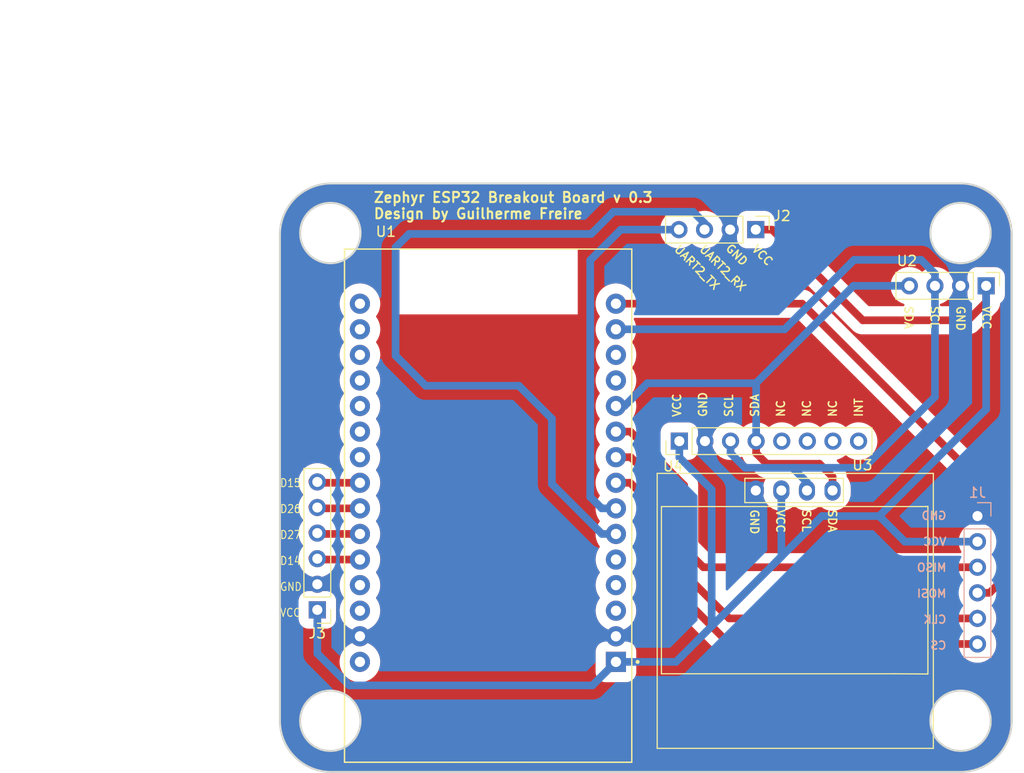
<source format=kicad_pcb>
(kicad_pcb (version 20221018) (generator pcbnew)
  (layers (0 "F.Cu" signal) (31 "B.Cu" signal) (34 "B.Paste" user) (35 "F.Paste" user) (36 "B.SilkS" user "B.Silkscreen") (37 "F.SilkS" user "F.Silkscreen") (38 "B.Mask" user) (39 "F.Mask" user) (44 "Edge.Cuts" user))
  (net 0 "")
  (net 1 "+3.3V")
  (net 2 "Earth")
  (net 6 "/I2C0_SDA")
  (net 9 "/I2C0_SCL")
  (net 15 "/GPIO25")
  (net 17 "/GPIO26")
  (net 18 "/GPIO27")
  (net 19 "/GPIO14")
  (net 27 "/VSPI_CS")
  (net 28 "/VSPI_CLK")
  (net 29 "/VSPI_MISO")
  (net 30 "/VSPI_MOSI")
  (net 31 "/UART2_RX")
  (net 32 "/UART2_TX")
  (footprint "New_lib:PinHeader_1x04_P2.54mm_Vertical" (layer "F.Cu") (at 149.86 68.58 -90)
    (fp_text reference "U2" (at -2.48 7.86 -180) (layer "F.SilkS"))
    (fp_text value "BME280")
    (fp_line (start -1.33 -1.33) (end 0 -1.33) (stroke (width 0.12)) (layer "F.SilkS"))
    (fp_line (start -1.33 0) (end -1.33 -1.33) (stroke (width 0.12)) (layer "F.SilkS"))
    (fp_line (start -1.33 1.27) (end -1.33 8.95) (stroke (width 0.12)) (layer "F.SilkS"))
    (fp_line (start -1.33 1.27) (end 1.33 1.27) (stroke (width 0.12)) (layer "F.SilkS"))
    (fp_line (start -1.33 8.95) (end 1.33 8.95) (stroke (width 0.12)) (layer "F.SilkS"))
    (fp_line (start 1.33 1.27) (end 1.33 8.95) (stroke (width 0.12)) (layer "F.SilkS"))
    (pad "1" thru_hole rect (at 0 0 270) (size 1.7 1.7) (drill 1) (layers "*.Cu" "*.Mask") (net 1 "+3.3V"))
    (pad "2" thru_hole oval (at 0 2.54 270) (size 1.7 1.7) (drill 1) (layers "*.Cu" "*.Mask") (net 2 "Earth"))
    (pad "3" thru_hole oval (at 0 5.08 270) (size 1.7 1.7) (drill 1) (layers "*.Cu" "*.Mask") (net 9 "/I2C0_SCL"))
    (pad "4" thru_hole oval (at 0 7.62 270) (size 1.7 1.7) (drill 1) (layers "*.Cu" "*.Mask") (net 6 "/I2C0_SDA"))
  )
  (footprint "New_lib:MODULE_ESP32_DEVKIT_V1" (layer "F.Cu") (at 100.4275 90.4 180)
    (fp_text reference "U1" (at 10.1275 27.2) (layer "F.SilkS"))
    (fp_text value "ESP32-DEVKIT-V1")
    (fp_line (start -14.28 -25.475) (end -3.211 -25.475) (stroke (width 0.127)) (layer "F.SilkS"))
    (fp_line (start -14.28 -25.475) (end 14.23 -25.475) (stroke (width 0.127)) (layer "F.SilkS"))
    (fp_line (start -14.28 25.475) (end -14.28 -25.475) (stroke (width 0.127)) (layer "F.SilkS"))
    (fp_line (start -14.28 25.475) (end -14.28 -25.475) (stroke (width 0.127)) (layer "F.SilkS"))
    (fp_line (start -14.28 25.475) (end -8.91 25.475) (stroke (width 0.127)) (layer "F.SilkS"))
    (fp_line (start -8.91 25.475) (end 8.78 25.475) (stroke (width 0.127)) (layer "F.SilkS"))
    (fp_line (start -3.211 -25.475) (end 3.5 -25.475) (stroke (width 0.127)) (layer "F.SilkS"))
    (fp_line (start 3.5 -25.475) (end 14.23 -25.475) (stroke (width 0.127)) (layer "F.SilkS"))
    (fp_line (start 8.78 25.475) (end 14.23 25.475) (stroke (width 0.127)) (layer "F.SilkS"))
    (fp_line (start 14.23 -25.475) (end 14.23 25.475) (stroke (width 0.127)) (layer "F.SilkS"))
    (fp_line (start 14.23 -25.475) (end 14.23 25.475) (stroke (width 0.127)) (layer "F.SilkS"))
    (fp_line (start 14.23 25.475) (end -14.28 25.475) (stroke (width 0.127)) (layer "F.SilkS"))
    (fp_circle (center -14.85 -15.515) (end -14.75 -15.515) (stroke (width 0.2)) (fill none) (layer "F.SilkS"))
    (pad "1" thru_hole rect (at -12.7 -15.515 180) (size 2 2) (drill 1.02) (layers "*.Cu" "*.Mask") (net 1 "+3.3V"))
    (pad "2" thru_hole circle (at -12.7 -12.975 180) (size 2 2) (drill 1.02) (layers "*.Cu" "*.Mask") (net 2 "Earth"))
    (pad "3" thru_hole circle (at -12.7 -10.435 180) (size 2 2) (drill 1.02) (layers "*.Cu" "*.Mask"))
    (pad "4" thru_hole circle (at -12.7 -7.895 180) (size 2 2) (drill 1.02) (layers "*.Cu" "*.Mask"))
    (pad "5" thru_hole circle (at -12.7 -5.355 180) (size 2 2) (drill 1.02) (layers "*.Cu" "*.Mask"))
    (pad "6" thru_hole circle (at -12.7 -2.815 180) (size 2 2) (drill 1.02) (layers "*.Cu" "*.Mask") (net 31 "/UART2_RX"))
    (pad "7" thru_hole circle (at -12.7 -0.275 180) (size 2 2) (drill 1.02) (layers "*.Cu" "*.Mask") (net 32 "/UART2_TX"))
    (pad "8" thru_hole circle (at -12.7 2.265 180) (size 2 2) (drill 1.02) (layers "*.Cu" "*.Mask") (net 27 "/VSPI_CS"))
    (pad "9" thru_hole circle (at -12.7 4.805 180) (size 2 2) (drill 1.02) (layers "*.Cu" "*.Mask") (net 28 "/VSPI_CLK"))
    (pad "10" thru_hole circle (at -12.7 7.345 180) (size 2 2) (drill 1.02) (layers "*.Cu" "*.Mask") (net 29 "/VSPI_MISO"))
    (pad "11" thru_hole circle (at -12.7 9.885 180) (size 2 2) (drill 1.02) (layers "*.Cu" "*.Mask") (net 6 "/I2C0_SDA"))
    (pad "12" thru_hole circle (at -12.7 12.425 180) (size 2 2) (drill 1.02) (layers "*.Cu" "*.Mask"))
    (pad "13" thru_hole circle (at -12.7 14.965 180) (size 2 2) (drill 1.02) (layers "*.Cu" "*.Mask"))
    (pad "14" thru_hole circle (at -12.7 17.505 180) (size 2 2) (drill 1.02) (layers "*.Cu" "*.Mask") (net 9 "/I2C0_SCL"))
    (pad "15" thru_hole circle (at -12.7 20.045 180) (size 2 2) (drill 1.02) (layers "*.Cu" "*.Mask") (net 30 "/VSPI_MOSI"))
    (pad "16" thru_hole circle (at 12.7 20.045 180) (size 2 2) (drill 1.02) (layers "*.Cu" "*.Mask"))
    (pad "17" thru_hole circle (at 12.7 17.505 180) (size 2 2) (drill 1.02) (layers "*.Cu" "*.Mask"))
    (pad "18" thru_hole circle (at 12.7 14.965 180) (size 2 2) (drill 1.02) (layers "*.Cu" "*.Mask"))
    (pad "19" thru_hole circle (at 12.7 12.425 180) (size 2 2) (drill 1.02) (layers "*.Cu" "*.Mask"))
    (pad "20" thru_hole circle (at 12.7 9.885 180) (size 2 2) (drill 1.02) (layers "*.Cu" "*.Mask"))
    (pad "21" thru_hole circle (at 12.7 7.345 180) (size 2 2) (drill 1.02) (layers "*.Cu" "*.Mask"))
    (pad "22" thru_hole circle (at 12.7 4.805 180) (size 2 2) (drill 1.02) (layers "*.Cu" "*.Mask"))
    (pad "23" thru_hole circle (at 12.7 2.265 180) (size 2 2) (drill 1.02) (layers "*.Cu" "*.Mask") (net 15 "/GPIO25"))
    (pad "24" thru_hole circle (at 12.7 -0.275 180) (size 2 2) (drill 1.02) (layers "*.Cu" "*.Mask") (net 17 "/GPIO26"))
    (pad "25" thru_hole circle (at 12.7 -2.815 180) (size 2 2) (drill 1.02) (layers "*.Cu" "*.Mask") (net 18 "/GPIO27"))
    (pad "26" thru_hole circle (at 12.7 -5.355 180) (size 2 2) (drill 1.02) (layers "*.Cu" "*.Mask") (net 19 "/GPIO14"))
    (pad "27" thru_hole circle (at 12.7 -7.895 180) (size 2 2) (drill 1.02) (layers "*.Cu" "*.Mask"))
    (pad "28" thru_hole circle (at 12.7 -10.435 180) (size 2 2) (drill 1.02) (layers "*.Cu" "*.Mask"))
    (pad "29" thru_hole circle (at 12.7 -12.975 180) (size 2 2) (drill 1.02) (layers "*.Cu" "*.Mask") (net 2 "Earth"))
    (pad "30" thru_hole circle (at 12.7 -15.515 180) (size 2 2) (drill 1.02) (layers "*.Cu" "*.Mask"))
    (zone (net 0) (net_name "") (layer "F.Cu") (connect_pads (clearance 0)) (min_thickness 0.01)
      (keepout (tracks not_allowed) (vias not_allowed) (pads not_allowed) (copperpour not_allowed) (footprints allowed))
      (fill (thermal_gap 0.508) (thermal_bridge_width 0.508))
      (polygon (pts (xy 109.3375 71.415) (xy 91.6475 71.415) (xy 91.6475 64.925) (xy 109.3375 64.925)))
    )
    (zone (net 0) (net_name "") (layer "B.Cu") (connect_pads (clearance 0)) (min_thickness 0.01)
      (keepout (tracks not_allowed) (vias not_allowed) (pads not_allowed) (copperpour not_allowed) (footprints allowed))
      (fill (thermal_gap 0.508) (thermal_bridge_width 0.508))
      (polygon (pts (xy 109.3375 71.415) (xy 91.6475 71.415) (xy 91.6475 64.925) (xy 109.3375 64.925)))
    )
  )
  (footprint "New_lib:128x64OLED" (layer "F.Cu") (at 130.62 99.5)
    (fp_text reference "U4" (at -11.82 -13) (layer "F.SilkS"))
    (fp_text value "SSD1306")
    (fp_line (start -13.4 -12.3) (end 14 -12.3) (stroke (width 0.12)) (layer "F.SilkS"))
    (fp_line (start -13.4 15) (end -13.4 -12.3) (stroke (width 0.12)) (layer "F.SilkS"))
    (fp_line (start -12.978 -9.005) (end 10.122 -9.005) (stroke (width 0.12)) (layer "F.SilkS"))
    (fp_line (start -12.978 7.595) (end -12.978 -9.005) (stroke (width 0.12)) (layer "F.SilkS"))
    (fp_line (start -4.699 -11.811) (end -4.699 -9.398) (stroke (width 0.12)) (layer "F.SilkS"))
    (fp_line (start -4.699 -11.811) (end 5.08 -11.811) (stroke (width 0.12)) (layer "F.SilkS"))
    (fp_line (start 5.08 -11.811) (end 5.08 -9.398) (stroke (width 0.12)) (layer "F.SilkS"))
    (fp_line (start 5.08 -9.398) (end -4.699 -9.398) (stroke (width 0.12)) (layer "F.SilkS"))
    (fp_line (start 10.122 -9.005) (end 13.208 -9.005) (stroke (width 0.12)) (layer "F.SilkS"))
    (fp_line (start 10.122 7.595) (end -12.978 7.595) (stroke (width 0.12)) (layer "F.SilkS"))
    (fp_line (start 10.122 7.595) (end 13.462 7.62) (stroke (width 0.12)) (layer "F.SilkS"))
    (fp_line (start 13.462 -9.017) (end 13.208 -9.005) (stroke (width 0.12)) (layer "F.SilkS"))
    (fp_line (start 13.462 7.62) (end 13.462 -9.017) (stroke (width 0.12)) (layer "F.SilkS"))
    (fp_line (start 14 -12.3) (end 14 15) (stroke (width 0.12)) (layer "F.SilkS"))
    (fp_line (start 14 15) (end -13.4 15) (stroke (width 0.12)) (layer "F.SilkS"))
    (pad "1" thru_hole oval (at -3.62 -10.6 90) (size 2 1.6) (drill 1) (layers "*.Cu" "*.Mask") (net 2 "Earth"))
    (pad "2" thru_hole oval (at -1.08 -10.6 90) (size 2 1.6) (drill 1) (layers "*.Cu" "*.Mask") (net 1 "+3.3V"))
    (pad "3" thru_hole oval (at 1.46 -10.6 90) (size 2 1.6) (drill 1) (layers "*.Cu" "*.Mask") (net 9 "/I2C0_SCL"))
    (pad "4" thru_hole oval (at 4 -10.6 90) (size 2 1.6) (drill 1) (layers "*.Cu" "*.Mask") (net 6 "/I2C0_SDA"))
  )
  (footprint "New_lib:PinHeader_1x06_P2.54mm_Vertical" (layer "F.Cu") (at 83.5 100.75 180)
    (fp_text reference "J3" (at 0 -2.33) (layer "F.SilkS"))
    (fp_text value "PIN_HEADER")
    (fp_line (start -1.33 -1.33) (end 0 -1.33) (stroke (width 0.12)) (layer "F.SilkS"))
    (fp_line (start -1.33 0) (end -1.33 -1.33) (stroke (width 0.12)) (layer "F.SilkS"))
    (fp_line (start -1.33 1.27) (end -1.33 14.03) (stroke (width 0.12)) (layer "F.SilkS"))
    (fp_line (start -1.33 1.27) (end 1.33 1.27) (stroke (width 0.12)) (layer "F.SilkS"))
    (fp_line (start -1.33 14.03) (end 1.33 14.03) (stroke (width 0.12)) (layer "F.SilkS"))
    (fp_line (start 1.33 1.27) (end 1.33 14.03) (stroke (width 0.12)) (layer "F.SilkS"))
    (pad "1" thru_hole rect (at 0 0 180) (size 1.7 1.7) (drill 1) (layers "*.Cu" "*.Mask") (net 1 "+3.3V"))
    (pad "2" thru_hole oval (at 0 2.54 180) (size 1.7 1.7) (drill 1) (layers "*.Cu" "*.Mask") (net 2 "Earth"))
    (pad "3" thru_hole oval (at 0 5.08 180) (size 1.7 1.7) (drill 1) (layers "*.Cu" "*.Mask") (net 19 "/GPIO14"))
    (pad "4" thru_hole oval (at 0 7.62 180) (size 1.7 1.7) (drill 1) (layers "*.Cu" "*.Mask") (net 18 "/GPIO27"))
    (pad "5" thru_hole oval (at 0 10.16 180) (size 1.7 1.7) (drill 1) (layers "*.Cu" "*.Mask") (net 17 "/GPIO26"))
    (pad "6" thru_hole oval (at 0 12.7 180) (size 1.7 1.7) (drill 1) (layers "*.Cu" "*.Mask") (net 15 "/GPIO25"))
  )
  (footprint "New_lib:PinHeader_1x04_P2.54mm_Vertical_1" (layer "F.Cu") (at 127 63 -90)
    (fp_text reference "J2" (at -1.36 -2.6 -180) (layer "F.SilkS"))
    (fp_text value "PIN_HEADER_1x4")
    (fp_line (start -1.33 -1.33) (end 0 -1.33) (stroke (width 0.12)) (layer "F.SilkS"))
    (fp_line (start -1.33 0) (end -1.33 -1.33) (stroke (width 0.12)) (layer "F.SilkS"))
    (fp_line (start -1.33 1.27) (end -1.33 8.95) (stroke (width 0.12)) (layer "F.SilkS"))
    (fp_line (start -1.33 1.27) (end 1.33 1.27) (stroke (width 0.12)) (layer "F.SilkS"))
    (fp_line (start -1.33 8.95) (end 1.33 8.95) (stroke (width 0.12)) (layer "F.SilkS"))
    (fp_line (start 1.33 1.27) (end 1.33 8.95) (stroke (width 0.12)) (layer "F.SilkS"))
    (pad "1" thru_hole rect (at 0 0 270) (size 1.7 1.7) (drill 1) (layers "*.Cu" "*.Mask") (net 1 "+3.3V"))
    (pad "2" thru_hole oval (at 0 2.54 270) (size 1.7 1.7) (drill 1) (layers "*.Cu" "*.Mask") (net 2 "Earth"))
    (pad "3" thru_hole oval (at 0 5.08 270) (size 1.7 1.7) (drill 1) (layers "*.Cu" "*.Mask") (net 31 "/UART2_RX"))
    (pad "4" thru_hole oval (at 0 7.62 270) (size 1.7 1.7) (drill 1) (layers "*.Cu" "*.Mask") (net 32 "/UART2_TX"))
  )
  (footprint "New_lib:PinHeader_1x08_P2.54mm_Vertical" (layer "F.Cu") (at 119.42 84 90)
    (fp_text reference "U3" (at -2.38 18.16) (layer "F.SilkS"))
    (fp_text value "MPU6050")
    (fp_line (start -1.33 -1.33) (end 0 -1.33) (stroke (width 0.12)) (layer "F.SilkS"))
    (fp_line (start -1.33 0) (end -1.33 -1.33) (stroke (width 0.12)) (layer "F.SilkS"))
    (fp_line (start -1.33 1.27) (end -1.33 19.11) (stroke (width 0.12)) (layer "F.SilkS"))
    (fp_line (start -1.33 1.27) (end 1.33 1.27) (stroke (width 0.12)) (layer "F.SilkS"))
    (fp_line (start -1.33 19.11) (end 1.33 19.11) (stroke (width 0.12)) (layer "F.SilkS"))
    (fp_line (start 1.33 1.27) (end 1.33 19.11) (stroke (width 0.12)) (layer "F.SilkS"))
    (pad "1" thru_hole rect (at 0 0 90) (size 1.7 1.7) (drill 1) (layers "*.Cu" "*.Mask") (net 1 "+3.3V"))
    (pad "2" thru_hole oval (at 0 2.54 90) (size 1.7 1.7) (drill 1) (layers "*.Cu" "*.Mask") (net 2 "Earth"))
    (pad "3" thru_hole oval (at 0 5.08 90) (size 1.7 1.7) (drill 1) (layers "*.Cu" "*.Mask") (net 9 "/I2C0_SCL"))
    (pad "4" thru_hole oval (at 0 7.62 90) (size 1.7 1.7) (drill 1) (layers "*.Cu" "*.Mask") (net 6 "/I2C0_SDA"))
    (pad "5" thru_hole oval (at 0 10.16 90) (size 1.7 1.7) (drill 1) (layers "*.Cu" "*.Mask"))
    (pad "6" thru_hole oval (at 0 12.7 90) (size 1.7 1.7) (drill 1) (layers "*.Cu" "*.Mask"))
    (pad "7" thru_hole oval (at 0 15.24 90) (size 1.7 1.7) (drill 1) (layers "*.Cu" "*.Mask"))
    (pad "8" thru_hole oval (at 0 17.78 90) (size 1.7 1.7) (drill 1) (layers "*.Cu" "*.Mask"))
  )
  (footprint "New_lib:PinHeader_1x06_P2.54mm_Vertical_1" (layer "B.Cu") (at 149 91.44 180)
    (fp_text reference "J1" (at 0 2.33) (layer "B.SilkS") (effects (justify mirror)))
    (fp_text value "PIN_HEADER")
    (fp_line (start -1.33 -14.03) (end 1.33 -14.03) (stroke (width 0.12)) (layer "B.SilkS"))
    (fp_line (start -1.33 -1.27) (end -1.33 -14.03) (stroke (width 0.12)) (layer "B.SilkS"))
    (fp_line (start -1.33 -1.27) (end 1.33 -1.27) (stroke (width 0.12)) (layer "B.SilkS"))
    (fp_line (start -1.33 0) (end -1.33 1.33) (stroke (width 0.12)) (layer "B.SilkS"))
    (fp_line (start -1.33 1.33) (end 0 1.33) (stroke (width 0.12)) (layer "B.SilkS"))
    (fp_line (start 1.33 -1.27) (end 1.33 -14.03) (stroke (width 0.12)) (layer "B.SilkS"))
    (pad "1" thru_hole rect (at 0 0 180) (size 1.7 1.7) (drill 1) (layers "*.Cu" "*.Mask") (net 2 "Earth"))
    (pad "2" thru_hole oval (at 0 -2.54 180) (size 1.7 1.7) (drill 1) (layers "*.Cu" "*.Mask") (net 1 "+3.3V"))
    (pad "3" thru_hole oval (at 0 -5.08 180) (size 1.7 1.7) (drill 1) (layers "*.Cu" "*.Mask") (net 29 "/VSPI_MISO"))
    (pad "4" thru_hole oval (at 0 -7.62 180) (size 1.7 1.7) (drill 1) (layers "*.Cu" "*.Mask") (net 30 "/VSPI_MOSI"))
    (pad "5" thru_hole oval (at 0 -10.16 180) (size 1.7 1.7) (drill 1) (layers "*.Cu" "*.Mask") (net 28 "/VSPI_CLK"))
    (pad "6" thru_hole oval (at 0 -12.7 180) (size 1.7 1.7) (drill 1) (layers "*.Cu" "*.Mask") (net 27 "/VSPI_CS"))
  )
  (gr_arc (start 84.872102 116.84) (mid 81.28 115.352102) (end 79.792102 111.76) (stroke (width 0.2)) (layer "Edge.Cuts"))
  (gr_line (start 147.32 58.42) (end 84.872102 58.42) (stroke (width 0.2)) (layer "Edge.Cuts"))
  (gr_line (start 84.872102 116.84) (end 147.32 116.84) (stroke (width 0.2)) (layer "Edge.Cuts"))
  (gr_circle (center 147.32 111.76) (end 150.32 111.76) (stroke (width 0.2)) (fill none) (layer "Edge.Cuts"))
  (gr_arc (start 152.4 111.76) (mid 150.912102 115.352102) (end 147.32 116.84) (stroke (width 0.2)) (layer "Edge.Cuts"))
  (gr_line (start 79.792102 63.5) (end 79.792102 111.76) (stroke (width 0.2)) (layer "Edge.Cuts"))
  (gr_circle (center 147.32 63.34) (end 150.32 63.34) (stroke (width 0.2)) (fill none) (layer "Edge.Cuts"))
  (gr_circle (center 84.792102 111.76) (end 87.792102 111.76) (stroke (width 0.2)) (fill none) (layer "Edge.Cuts"))
  (gr_circle (center 84.792102 63.34) (end 87.792102 63.34) (stroke (width 0.2)) (fill none) (layer "Edge.Cuts"))
  (gr_arc (start 79.792102 63.5) (mid 81.28 59.907898) (end 84.872102 58.42) (stroke (width 0.2)) (layer "Edge.Cuts"))
  (gr_arc (start 147.32 58.42) (mid 150.912102 59.907898) (end 152.4 63.5) (stroke (width 0.2)) (layer "Edge.Cuts"))
  (gr_line (start 152.4 111.76) (end 152.4 63.5) (stroke (width 0.2)) (layer "Edge.Cuts"))
  (gr_text "GND\n\nVCC\n\nMISO\n\nMOSI\n\nCLK\n\nCS" (at 146 104.75) (layer "B.SilkS") (effects (font (size 0.8 0.8)) (justify left bottom mirror)))
  (gr_text "Zephyr ESP32 Breakout Board v 0.3\nDesign by Guilherme Freire" (at 89 62) (layer "F.SilkS") (effects (font (size 1 1) (thickness 0.2) bold) (justify left bottom)))
  (gr_text "D15\n\nD26\n\nD27\n\nD14\n\nGND\n\nVCC" (at 79.75 101.5) (layer "F.SilkS") (effects (font (size 0.8 0.7) (thickness 0.1)) (justify left bottom)))
  (gr_text "GND\n" (at 123.85 64.9 315) (layer "F.SilkS") (effects (font (size 0.8 0.8)) (justify left bottom)))
  (gr_text "VCC\n\nGND\n\nSCL\n\nSDA" (at 141.7 70.5 270) (layer "F.SilkS") (effects (font (size 0.8 0.8)) (justify left bottom)))
  (gr_text "VCC" (at 126.45 65 315) (layer "F.SilkS") (effects (font (size 0.8 0.8)) (justify left bottom)))
  (gr_text "UART2_RX" (at 121.25 65 315) (layer "F.SilkS") (effects (font (size 0.8 0.8)) (justify left bottom)))
  (gr_text "SDA\n\nSCL\n\nVCC\n\nGND" (at 126.4 90.7 270) (layer "F.SilkS") (effects (font (size 0.8 0.8)) (justify left bottom)))
  (gr_text "VCC\n\nGND\n\nSCL\n\nSDA\n\nNC\n\nNC\n\nNC\n\nINT" (at 137.68 81.68 90) (layer "F.SilkS") (effects (font (size 0.8 0.8)) (justify left bottom)))
  (gr_text "UART2_TX" (at 118.75 65 315) (layer "F.SilkS") (effects (font (size 0.8 0.8)) (justify left bottom)))
  (segment (start 148.052 72) (end 149.86 70.192) (width 0.762) (layer "F.Cu") (net 1))
  (segment (start 137.612 72) (end 148.052 72) (width 0.762) (layer "F.Cu") (net 1))
  (segment (start 149.86 70.192) (end 149.86 68.58) (width 0.762) (layer "F.Cu") (net 1))
  (segment (start 127 63) (end 128.612 63) (width 0.762) (layer "F.Cu") (net 1))
  (segment (start 128.612 63) (end 137.612 72) (width 0.762) (layer "F.Cu") (net 1))
  (segment (start 141.79 93.98) (end 139.25 91.44) (width 0.762) (layer "B.Cu") (net 1))
  (segment (start 149.86 68.58) (end 149.86 80.83) (width 0.762) (layer "B.Cu") (net 1))
  (segment (start 122.625 102.375) (end 129 96) (width 0.762) (layer "B.Cu") (net 1))
  (segment (start 119.42 84) (end 119.42 85.612) (width 0.762) (layer "B.Cu") (net 1))
  (segment (start 139.25 91.44) (end 133.56 91.44) (width 0.762) (layer "B.Cu") (net 1))
  (segment (start 113.1275 105.915) (end 119.085 105.915) (width 0.762) (layer "B.Cu") (net 1))
  (segment (start 86.67263 108.25) (end 83.5 105.07737) (width 0.762) (layer "B.Cu") (net 1))
  (segment (start 133.56 91.44) (end 129 96) (width 0.762) (layer "B.Cu") (net 1))
  (segment (start 119.085 105.915) (end 122.625 102.375) (width 0.762) (layer "B.Cu") (net 1))
  (segment (start 110.7925 108.25) (end 86.67263 108.25) (width 0.762) (layer "B.Cu") (net 1))
  (segment (start 122.625 88.817) (end 122.625 102.375) (width 0.762) (layer "B.Cu") (net 1))
  (segment (start 129.54 95.46) (end 129.54 88.9) (width 0.762) (layer "B.Cu") (net 1))
  (segment (start 129 96) (end 129.54 95.46) (width 0.762) (layer "B.Cu") (net 1))
  (segment (start 83.5 105.07737) (end 83.5 100.75) (width 0.762) (layer "B.Cu") (net 1))
  (segment (start 119.42 85.612) (end 122.625 88.817) (width 0.762) (layer "B.Cu") (net 1))
  (segment (start 149.86 80.83) (end 139.25 91.44) (width 0.762) (layer "B.Cu") (net 1))
  (segment (start 113.1275 105.915) (end 110.7925 108.25) (width 0.762) (layer "B.Cu") (net 1))
  (segment (start 149 93.98) (end 141.79 93.98) (width 0.762) (layer "B.Cu") (net 1))
  (segment (start 133.329 86.247) (end 128.084919 86.247) (width 0.762) (layer "F.Cu") (net 6))
  (segment (start 128.084919 86.247) (end 127.04 85.202081) (width 0.762) (layer "F.Cu") (net 6))
  (segment (start 134.62 87.538) (end 133.329 86.247) (width 0.762) (layer "F.Cu") (net 6))
  (segment (start 134.62 88.9) (end 134.62 87.538) (width 0.762) (layer "F.Cu") (net 6))
  (segment (start 127.04 85.202081) (end 127.04 84) (width 0.762) (layer "F.Cu") (net 6))
  (segment (start 113.97737 80.515) (end 113.1275 80.515) (width 0.762) (layer "B.Cu") (net 6))
  (segment (start 136.692081 68.58) (end 127.022081 78.25) (width 0.762) (layer "B.Cu") (net 6))
  (segment (start 142.24 68.58) (end 136.692081 68.58) (width 0.762) (layer "B.Cu") (net 6))
  (segment (start 127.04 84) (end 127.04 78.267919) (width 0.762) (layer "B.Cu") (net 6))
  (segment (start 127.04 78.267919) (end 127.022081 78.25) (width 0.762) (layer "B.Cu") (net 6))
  (segment (start 116.24237 78.25) (end 113.97737 80.515) (width 0.762) (layer "B.Cu") (net 6))
  (segment (start 127.022081 78.25) (end 116.24237 78.25) (width 0.762) (layer "B.Cu") (net 6))
  (segment (start 143.402081 66) (end 144.78 67.377919) (width 0.762) (layer "B.Cu") (net 9))
  (segment (start 124.5 84) (end 124.5 85.202081) (width 0.762) (layer "B.Cu") (net 9))
  (segment (start 130.647527 86.647527) (end 132.08 88.08) (width 0.762) (layer "B.Cu") (net 9))
  (segment (start 136.757609 66) (end 143.402081 66) (width 0.762) (layer "B.Cu") (net 9))
  (segment (start 144.78 67.377919) (end 144.78 68.58) (width 0.762) (layer "B.Cu") (net 9))
  (segment (start 129.862609 72.895) (end 136.757609 66) (width 0.762) (layer "B.Cu") (net 9))
  (segment (start 113.1275 72.895) (end 129.862609 72.895) (width 0.762) (layer "B.Cu") (net 9))
  (segment (start 130.647527 86.647527) (end 137.730211 86.647527) (width 0.762) (layer "B.Cu") (net 9))
  (segment (start 144.78 79.597738) (end 144.78 68.58) (width 0.762) (layer "B.Cu") (net 9))
  (segment (start 125.945446 86.647527) (end 130.647527 86.647527) (width 0.762) (layer "B.Cu") (net 9))
  (segment (start 124.5 85.202081) (end 125.945446 86.647527) (width 0.762) (layer "B.Cu") (net 9))
  (segment (start 132.08 88.08) (end 132.08 88.9) (width 0.762) (layer "B.Cu") (net 9))
  (segment (start 137.730211 86.647527) (end 144.78 79.597738) (width 0.762) (layer "B.Cu") (net 9))
  (segment (start 88.2275 88.135) (end 83.655 88.135) (width 0.762) (layer "F.Cu") (net 15))
  (arc (start 83.155 88.135) (mid 83.045398 88.089602) (end 83 87.98) (width 0.762) (layer "F.Cu") (net 15))
  (segment (start 88.2275 90.675) (end 83.655 90.675) (width 0.762) (layer "F.Cu") (net 17))
  (arc (start 83.155 90.675) (mid 83.045398 90.629602) (end 83 90.52) (width 0.762) (layer "F.Cu") (net 17))
  (segment (start 88.2275 93.215) (end 83.655 93.215) (width 0.762) (layer "F.Cu") (net 18))
  (arc (start 83.155 93.215) (mid 83.045398 93.169602) (end 83 93.06) (width 0.762) (layer "F.Cu") (net 18))
  (segment (start 87.7275 95.755) (end 83.155 95.755) (width 0.762) (layer "F.Cu") (net 19))
  (arc (start 83.155 95.755) (mid 83.045398 95.709602) (end 83 95.6) (width 0.762) (layer "F.Cu") (net 19))
  (segment (start 113.1275 88.135) (end 114.541713 88.135) (width 0.762) (layer "F.Cu") (net 27))
  (segment (start 116.5 96.25) (end 124.39 104.14) (width 0.762) (layer "F.Cu") (net 27))
  (segment (start 114.541713 88.135) (end 116.5 90.093287) (width 0.762) (layer "F.Cu") (net 27))
  (segment (start 124.39 104.14) (end 149 104.14) (width 0.762) (layer "F.Cu") (net 27))
  (segment (start 116.5 90.093287) (end 116.5 96.25) (width 0.762) (layer "F.Cu") (net 27))
  (segment (start 118.25 95.485528) (end 124.364472 101.6) (width 0.762) (layer "F.Cu") (net 28))
  (segment (start 113.1275 85.595) (end 114.595 85.595) (width 0.762) (layer "F.Cu") (net 28))
  (segment (start 114.595 85.595) (end 118.25 89.25) (width 0.762) (layer "F.Cu") (net 28))
  (segment (start 118.25 89.25) (end 118.25 95.485528) (width 0.762) (layer "F.Cu") (net 28))
  (segment (start 124.364472 101.6) (end 149 101.6) (width 0.762) (layer "F.Cu") (net 28))
  (segment (start 113.1275 83.055) (end 114.569472 83.055) (width 0.762) (layer "F.Cu") (net 29))
  (segment (start 119.889472 94.610528) (end 121.798944 96.52) (width 0.762) (layer "F.Cu") (net 29))
  (segment (start 121.798944 96.52) (end 149 96.52) (width 0.762) (layer "F.Cu") (net 29))
  (segment (start 119.889472 88.375) (end 119.889472 94.610528) (width 0.762) (layer "F.Cu") (net 29))
  (segment (start 114.569472 83.055) (end 119.889472 88.375) (width 0.762) (layer "F.Cu") (net 29))
  (segment (start 149 99.06) (end 150.202081 99.06) (width 0.762) (layer "F.Cu") (net 30))
  (segment (start 150.202081 99.06) (end 151.638 97.624081) (width 0.762) (layer "F.Cu") (net 30))
  (segment (start 151.638 90.388) (end 131.605 70.355) (width 0.762) (layer "F.Cu") (net 30))
  (segment (start 131.605 70.355) (end 113.1275 70.355) (width 0.762) (layer "F.Cu") (net 30))
  (segment (start 151.638 97.624081) (end 151.638 90.388) (width 0.762) (layer "F.Cu") (net 30))
  (segment (start 110.677169 63.427169) (end 92.606515 63.427169) (width 0.762) (layer "B.Cu") (net 31))
  (segment (start 94.25 78.5) (end 103.5 78.5) (width 0.762) (layer "B.Cu") (net 31))
  (segment (start 91.2665 75.5165) (end 94.25 78.5) (width 0.762) (layer "B.Cu") (net 31))
  (segment (start 111.738815 93.215) (end 113.1275 93.215) (width 0.762) (layer "B.Cu") (net 31))
  (segment (start 120.779738 61.222) (end 112.882339 61.222) (width 0.762) (layer "B.Cu") (net 31))
  (segment (start 106.773815 81.773815) (end 106.773815 88.25) (width 0.762) (layer "B.Cu") (net 31))
  (segment (start 92.606515 63.427169) (end 91.2665 64.767184) (width 0.762) (layer "B.Cu") (net 31))
  (segment (start 103.5 78.5) (end 106.773815 81.773815) (width 0.762) (layer "B.Cu") (net 31))
  (segment (start 121.92 63) (end 121.92 62.362262) (width 0.762) (layer "B.Cu") (net 31))
  (segment (start 112.882339 61.222) (end 110.677169 63.427169) (width 0.762) (layer "B.Cu") (net 31))
  (segment (start 106.773815 88.25) (end 111.738815 93.215) (width 0.762) (layer "B.Cu") (net 31))
  (segment (start 91.2665 64.767184) (end 91.2665 75.5165) (width 0.762) (layer "B.Cu") (net 31))
  (segment (start 121.92 62.362262) (end 120.779738 61.222) (width 0.762) (layer "B.Cu") (net 31))
  (segment (start 111.713287 90.675) (end 110.5765 89.538213) (width 0.762) (layer "B.Cu") (net 32))
  (segment (start 113.1275 90.675) (end 111.713287 90.675) (width 0.762) (layer "B.Cu") (net 32))
  (segment (start 110.5765 89.538213) (end 110.5765 66.042311) (width 0.762) (layer "B.Cu") (net 32))
  (segment (start 110.5765 66.042311) (end 113.618811 63) (width 0.762) (layer "B.Cu") (net 32))
  (segment (start 113.618811 63) (end 119.38 63) (width 0.762) (layer "B.Cu") (net 32))
  (zone (net 2) (net_name "Earth") (layers "F&B.Cu") (connect_pads yes (clearance 0)) (min_thickness 0.25) (fill yes (thermal_gap 0.5) (thermal_bridge_width 0.5))
    (polygon (pts (arc (start 147.2 116.9) (mid 150.792102 115.412102) (end 152.28 111.82)) (arc (start 152.28 63.56) (mid 150.792102 59.967898) (end 147.2 58.48)) (arc (start 84.752102 58.48) (mid 81.16 59.967898) (end 79.672102 63.56)) (arc (start 79.672102 111.82) (mid 81.16 115.412102) (end 84.752102 116.9))))
  )
)
</source>
